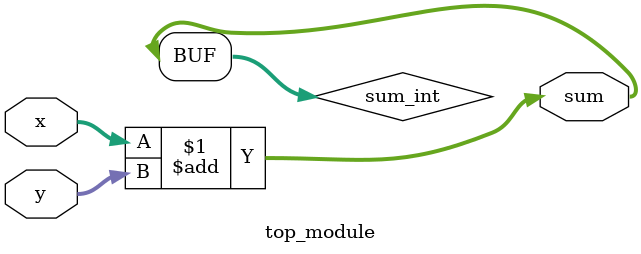
<source format=sv>
module top_module (
	input [3:0] x,
	input [3:0] y,
	output [4:0] sum
);

	// Internal signal declaration
	wire [4:0] sum_int;

	// Adder logic
	assign sum_int = x + y;

	// Assign sum output
	assign sum = sum_int;

endmodule

</source>
